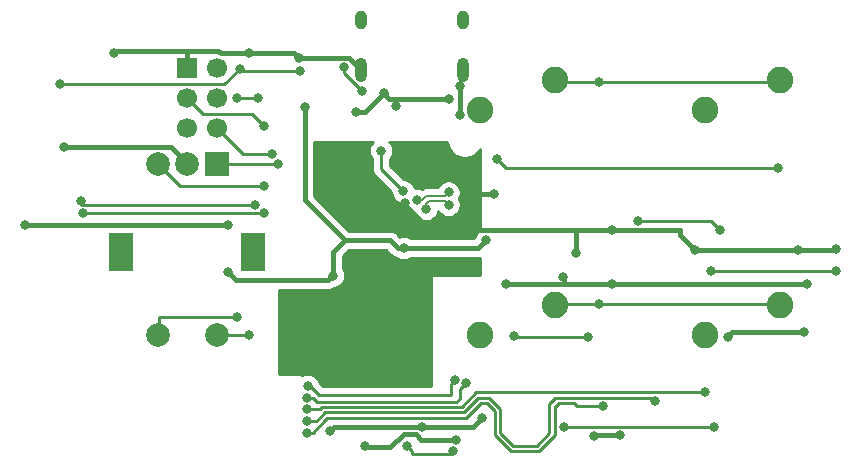
<source format=gtl>
G04 #@! TF.GenerationSoftware,KiCad,Pcbnew,(5.1.9-0-10_14)*
G04 #@! TF.CreationDate,2021-03-17T22:28:09-07:00*
G04 #@! TF.ProjectId,Croaky4,43726f61-6b79-4342-9e6b-696361645f70,rev?*
G04 #@! TF.SameCoordinates,Original*
G04 #@! TF.FileFunction,Copper,L1,Top*
G04 #@! TF.FilePolarity,Positive*
%FSLAX46Y46*%
G04 Gerber Fmt 4.6, Leading zero omitted, Abs format (unit mm)*
G04 Created by KiCad (PCBNEW (5.1.9-0-10_14)) date 2021-03-17 22:28:09*
%MOMM*%
%LPD*%
G01*
G04 APERTURE LIST*
G04 #@! TA.AperFunction,ComponentPad*
%ADD10C,2.250000*%
G04 #@! TD*
G04 #@! TA.AperFunction,ComponentPad*
%ADD11O,1.000000X2.100000*%
G04 #@! TD*
G04 #@! TA.AperFunction,ComponentPad*
%ADD12O,1.000000X1.600000*%
G04 #@! TD*
G04 #@! TA.AperFunction,ComponentPad*
%ADD13R,2.000000X2.000000*%
G04 #@! TD*
G04 #@! TA.AperFunction,ComponentPad*
%ADD14C,2.000000*%
G04 #@! TD*
G04 #@! TA.AperFunction,WasherPad*
%ADD15R,2.000000X3.200000*%
G04 #@! TD*
G04 #@! TA.AperFunction,ComponentPad*
%ADD16R,1.700000X1.700000*%
G04 #@! TD*
G04 #@! TA.AperFunction,ComponentPad*
%ADD17C,1.700000*%
G04 #@! TD*
G04 #@! TA.AperFunction,ViaPad*
%ADD18C,0.800000*%
G04 #@! TD*
G04 #@! TA.AperFunction,Conductor*
%ADD19C,0.381000*%
G04 #@! TD*
G04 #@! TA.AperFunction,Conductor*
%ADD20C,0.254000*%
G04 #@! TD*
G04 #@! TA.AperFunction,Conductor*
%ADD21C,0.200000*%
G04 #@! TD*
G04 #@! TA.AperFunction,Conductor*
%ADD22C,0.100000*%
G04 #@! TD*
G04 APERTURE END LIST*
D10*
G04 #@! TO.P,MX2,2*
G04 #@! TO.N,ROW0*
X-26828750Y15398750D03*
G04 #@! TO.P,MX2,1*
G04 #@! TO.N,COL1*
X-33178750Y12858750D03*
G04 #@! TD*
G04 #@! TO.P,MX4,2*
G04 #@! TO.N,ROW0*
X-7778750Y15398750D03*
G04 #@! TO.P,MX4,1*
G04 #@! TO.N,COL3*
X-14128750Y12858750D03*
G04 #@! TD*
G04 #@! TO.P,MX3,2*
G04 #@! TO.N,ROW0*
X-7778750Y34448750D03*
G04 #@! TO.P,MX3,1*
G04 #@! TO.N,COL2*
X-14128750Y31908750D03*
G04 #@! TD*
G04 #@! TO.P,MX1,2*
G04 #@! TO.N,ROW0*
X-26828750Y34448750D03*
G04 #@! TO.P,MX1,1*
G04 #@! TO.N,COL0*
X-33178750Y31908750D03*
G04 #@! TD*
D11*
G04 #@! TO.P,USB1,13*
G04 #@! TO.N,GND*
X-43213750Y35288750D03*
X-34573750Y35288750D03*
D12*
X-43213750Y39468750D03*
X-34573750Y39468750D03*
G04 #@! TD*
D13*
G04 #@! TO.P,SW2,A*
G04 #@! TO.N,ENCA*
X-55443750Y27343750D03*
D14*
G04 #@! TO.P,SW2,C*
G04 #@! TO.N,GND*
X-57943750Y27343750D03*
G04 #@! TO.P,SW2,B*
G04 #@! TO.N,ENCB*
X-60443750Y27343750D03*
D15*
G04 #@! TO.P,SW2,*
G04 #@! TO.N,*
X-52343750Y19843750D03*
X-63543750Y19843750D03*
D14*
G04 #@! TO.P,SW2,S2*
G04 #@! TO.N,ROW0*
X-55443750Y12843750D03*
G04 #@! TO.P,SW2,S1*
G04 #@! TO.N,COL4*
X-60443750Y12843750D03*
G04 #@! TD*
D16*
G04 #@! TO.P,J1,6*
G04 #@! TO.N,GND*
X-57943750Y35464750D03*
D17*
G04 #@! TO.P,J1,5*
G04 #@! TO.N,RESET*
X-55403750Y35464750D03*
G04 #@! TO.P,J1,4*
G04 #@! TO.N,ENCA*
X-57943750Y32924750D03*
G04 #@! TO.P,J1,3*
G04 #@! TO.N,ENCB*
X-55403750Y32924750D03*
G04 #@! TO.P,J1,2*
G04 #@! TO.N,+5V*
X-57943750Y30384750D03*
G04 #@! TO.P,J1,1*
G04 #@! TO.N,MISO*
X-55403750Y30384750D03*
G04 #@! TD*
D18*
G04 #@! TO.N,GND*
X-64166750Y36681250D03*
X-68357750Y28733750D03*
X-34067750Y18954750D03*
X-45878750Y4730750D03*
X-52705000Y36681250D03*
X-48514000Y36322000D03*
X-34829750Y33940750D03*
X-34843011Y31455026D03*
X-39497000Y24003000D03*
X-37465000Y21844000D03*
X-47498000Y10795000D03*
X-43815000Y23495000D03*
X-21971000Y21717000D03*
X-14986000Y20066000D03*
X-25019000Y19812000D03*
X-32004000Y24765000D03*
X-6251500Y20066000D03*
X-12192000Y12700000D03*
X-5715000Y13081000D03*
X-38100000Y5080000D03*
X-33020000Y5842000D03*
X-3006250Y20097750D03*
G04 #@! TO.N,+5V*
X-32607250Y20923250D03*
X-54514750Y22129750D03*
X-71659750Y22129750D03*
X-39624000Y20193000D03*
X-45593000Y17876748D03*
X-54483000Y18161000D03*
X-48006000Y32131000D03*
X-21971000Y17145000D03*
X-30988000Y17145000D03*
X-26162000Y17780000D03*
X-5461000Y17145000D03*
X-21336000Y4353000D03*
X-23495000Y4318000D03*
X-42894250Y3475916D03*
X-35179009Y3973458D03*
G04 #@! TO.N,RGBLED*
X-51466750Y23145750D03*
X-66770250Y23145750D03*
G04 #@! TO.N,Net-(D2-Pad2)*
X-3048000Y18288000D03*
X-13589000Y18288000D03*
X-35433000Y3006250D03*
X-39370000Y3460260D03*
G04 #@! TO.N,VCC*
X-35782250Y32861250D03*
X-41306251Y33336748D03*
X-40255683Y32254683D03*
X-43675468Y31762532D03*
G04 #@! TO.N,COL0*
X-47746036Y8540038D03*
X-35306000Y9017000D03*
G04 #@! TO.N,COL1*
X-47783750Y7540747D03*
X-34335168Y8777232D03*
G04 #@! TO.N,COL2*
X-47783750Y5540741D03*
X-18319750Y7270849D03*
G04 #@! TO.N,COL3*
X-14128750Y8032750D03*
X-47783750Y6540744D03*
G04 #@! TO.N,Net-(R2-Pad1)*
X-43180000Y33528000D03*
X-44653468Y35531500D03*
G04 #@! TO.N,D-*
X-35814000Y23859000D03*
X-37721215Y23519303D03*
G04 #@! TO.N,D+*
X-35814000Y24909000D03*
X-38463679Y24261767D03*
G04 #@! TO.N,Net-(R6-Pad2)*
X-52173858Y23872750D03*
X-66960750Y24225250D03*
G04 #@! TO.N,ENCA*
X-51460490Y30569011D03*
X-50260250Y27336750D03*
G04 #@! TO.N,ENCB*
X-51466750Y25495250D03*
X-53752750Y32924750D03*
X-51914500Y32893000D03*
G04 #@! TO.N,COL4*
X-53721000Y14351000D03*
G04 #@! TO.N,Net-(C6-Pad1)*
X-39652644Y24992509D03*
X-41529000Y28448000D03*
G04 #@! TO.N,ROW0*
X-47783750Y4540738D03*
X-52736750Y12858750D03*
X-23114000Y15494000D03*
X-22733000Y6797750D03*
X-23114000Y34290000D03*
G04 #@! TO.N,RESET*
X-53498750Y35401250D03*
X-68738750Y34067750D03*
X-48387000Y35179000D03*
G04 #@! TO.N,MISO*
X-50796989Y28194000D03*
G04 #@! TO.N,Net-(D3-Pad2)*
X-19812000Y22507500D03*
X-12827000Y21717000D03*
G04 #@! TO.N,Net-(D4-Pad2)*
X-31750000Y27781250D03*
X-7937500Y26987500D03*
G04 #@! TO.N,Net-(D5-Pad2)*
X-24003000Y12700000D03*
X-30290746Y12743260D03*
G04 #@! TO.N,Net-(D6-Pad2)*
X-13335000Y5080000D03*
X-26035000Y5080000D03*
G04 #@! TD*
D19*
G04 #@! TO.N,GND*
X-64166750Y36681250D02*
X-63957260Y36890740D01*
X-57972740Y35493740D02*
X-57943750Y35464750D01*
X-57972740Y36890740D02*
X-57972740Y35493740D01*
X-63957260Y36890740D02*
X-57972740Y36890740D01*
X-55305740Y36890740D02*
X-57972740Y36890740D01*
X-55096250Y36681250D02*
X-55305740Y36890740D01*
X-52705000Y36681250D02*
X-55096250Y36681250D01*
X-43213750Y35288750D02*
X-43028249Y35103249D01*
X-44247000Y36322000D02*
X-43213750Y35288750D01*
X-48514000Y36322000D02*
X-44247000Y36322000D01*
X-59334251Y28734251D02*
X-57943750Y27343750D01*
X-68357249Y28734251D02*
X-59334251Y28734251D01*
X-68357750Y28733750D02*
X-68357249Y28734251D01*
X-48873250Y36681250D02*
X-48514000Y36322000D01*
X-52705000Y36681250D02*
X-48873250Y36681250D01*
X-34843011Y33927489D02*
X-34829750Y33940750D01*
X-34893250Y33877250D02*
X-34829750Y33940750D01*
X-34843011Y31455026D02*
X-34843011Y33927489D01*
X-39497000Y23876000D02*
X-37465000Y21844000D01*
X-39497000Y24003000D02*
X-39497000Y23876000D01*
X-39338250Y18954750D02*
X-47498000Y10795000D01*
X-34067750Y18954750D02*
X-39338250Y18954750D01*
X-21971000Y21717000D02*
X-16256000Y21717000D01*
X-16256000Y21336000D02*
X-14986000Y20066000D01*
X-16256000Y21717000D02*
X-16256000Y21336000D01*
X-25146000Y21717000D02*
X-33274000Y21717000D01*
X-21971000Y21717000D02*
X-25146000Y21717000D01*
X-25019000Y19812000D02*
X-25019000Y21590000D01*
X-25019000Y21590000D02*
X-25146000Y21717000D01*
X-32004000Y24765000D02*
X-33147000Y24765000D01*
X-6251500Y20066000D02*
X-14986000Y20066000D01*
X-11811000Y13081000D02*
X-5715000Y13081000D01*
X-12192000Y12700000D02*
X-11811000Y13081000D01*
X-45529500Y5080000D02*
X-45878750Y4730750D01*
X-38100000Y5080000D02*
X-45529500Y5080000D01*
X-33782000Y5080000D02*
X-33020000Y5842000D01*
X-38100000Y5080000D02*
X-33782000Y5080000D01*
X-3038000Y20066000D02*
X-3006250Y20097750D01*
X-6251500Y20066000D02*
X-3038000Y20066000D01*
G04 #@! TO.N,+5V*
X-54514750Y22129750D02*
X-71659750Y22129750D01*
X-53798749Y17476749D02*
X-54483000Y18161000D01*
X-45992999Y17476749D02*
X-53798749Y17476749D01*
X-45593000Y17876748D02*
X-45992999Y17476749D01*
X-40132000Y20193000D02*
X-39624000Y20193000D01*
X-40798750Y20859750D02*
X-40132000Y20193000D01*
X-44608750Y20859750D02*
X-40798750Y20859750D01*
X-45593000Y19875500D02*
X-44608750Y20859750D01*
X-45593000Y17876748D02*
X-45593000Y19875500D01*
X-33337500Y20193000D02*
X-32607250Y20923250D01*
X-39624000Y20193000D02*
X-33337500Y20193000D01*
X-48006000Y24257000D02*
X-44608750Y20859750D01*
X-48006000Y32131000D02*
X-48006000Y24257000D01*
X-26035000Y17145000D02*
X-30988000Y17145000D01*
X-21971000Y17145000D02*
X-26035000Y17145000D01*
X-26035000Y17653000D02*
X-26035000Y17145000D01*
X-26162000Y17780000D02*
X-26035000Y17653000D01*
X-21971000Y17145000D02*
X-5461000Y17145000D01*
X-23460000Y4353000D02*
X-23495000Y4318000D01*
X-21336000Y4353000D02*
X-23460000Y4353000D01*
X-35744694Y3973458D02*
X-35179009Y3973458D01*
X-38608000Y4445000D02*
X-38136458Y3973458D01*
X-42752084Y3333750D02*
X-40735250Y3333750D01*
X-40735250Y3333750D02*
X-39624000Y4445000D01*
X-38136458Y3973458D02*
X-35744694Y3973458D01*
X-39624000Y4445000D02*
X-38608000Y4445000D01*
X-42894250Y3475916D02*
X-42752084Y3333750D01*
D20*
G04 #@! TO.N,RGBLED*
X-51466750Y23145750D02*
X-66770250Y23145750D01*
G04 #@! TO.N,Net-(D2-Pad2)*
X-3048000Y18288000D02*
X-13589000Y18288000D01*
X-35705990Y2733260D02*
X-35433000Y3006250D01*
X-38928260Y2733260D02*
X-35705990Y2733260D01*
X-38928260Y3018520D02*
X-38928260Y2733260D01*
X-39370000Y3460260D02*
X-38928260Y3018520D01*
D19*
G04 #@! TO.N,VCC*
X-41306251Y33336748D02*
X-40830753Y32861250D01*
X-40100250Y32861250D02*
X-35782250Y32861250D01*
X-40290750Y32861250D02*
X-40100250Y32861250D01*
X-40255683Y32826183D02*
X-40290750Y32861250D01*
X-40830753Y32861250D02*
X-40290750Y32861250D01*
X-40255683Y32254683D02*
X-40255683Y32826183D01*
X-42880467Y31762532D02*
X-41306251Y33336748D01*
X-43675468Y31762532D02*
X-42880467Y31762532D01*
D20*
G04 #@! TO.N,COL0*
X-47746036Y8540038D02*
X-47566765Y8540038D01*
X-47566765Y8540038D02*
X-46773727Y7747000D01*
X-46773727Y7747000D02*
X-35627606Y7747000D01*
X-35627606Y8695394D02*
X-35306000Y9017000D01*
X-35627606Y7747000D02*
X-35627606Y8695394D01*
G04 #@! TO.N,COL1*
X-35148731Y7197740D02*
X-34882778Y7463694D01*
X-46967760Y7197740D02*
X-35148731Y7197740D01*
X-47310767Y7540747D02*
X-46967760Y7197740D01*
X-47783750Y7540747D02*
X-47310767Y7540747D01*
X-34882778Y8229622D02*
X-34335168Y8777232D01*
X-34882778Y7463694D02*
X-34882778Y8229622D01*
G04 #@! TO.N,COL2*
X-18573651Y7524750D02*
X-18319750Y7270849D01*
X-47783750Y5540741D02*
X-47030725Y5540741D01*
X-46386750Y6184716D02*
X-46386750Y6247683D01*
X-46386750Y6247683D02*
X-46344713Y6289720D01*
X-47030725Y5540741D02*
X-46386750Y6184716D01*
X-34523874Y6289720D02*
X-33288844Y7524750D01*
X-46344713Y6289720D02*
X-34523874Y6289720D01*
X-33242250Y7524750D02*
X-33223161Y7543839D01*
X-33288844Y7524750D02*
X-33242250Y7524750D01*
X-28371789Y3479249D02*
X-27291749Y4559289D01*
X-32436379Y7543839D02*
X-31445751Y6553211D01*
X-30365711Y3479249D02*
X-28371789Y3479249D01*
X-31445751Y6553211D02*
X-31445751Y4559289D01*
X-31445751Y4559289D02*
X-30365711Y3479249D01*
X-33223161Y7543839D02*
X-32436379Y7543839D01*
X-27291749Y4559289D02*
X-27291749Y6998251D01*
X-26765250Y7524750D02*
X-18573651Y7524750D01*
X-27291749Y6998251D02*
X-26765250Y7524750D01*
G04 #@! TO.N,COL3*
X-34711930Y6743730D02*
X-33457811Y7997849D01*
X-46532770Y6743730D02*
X-34711930Y6743730D01*
X-14163651Y7997849D02*
X-14128750Y8032750D01*
X-46735756Y6540744D02*
X-46532770Y6743730D01*
X-47783750Y6540744D02*
X-46735756Y6540744D01*
X-33457811Y7997849D02*
X-14163651Y7997849D01*
G04 #@! TO.N,Net-(R2-Pad1)*
X-44653468Y35001468D02*
X-44653468Y35531500D01*
X-43180000Y33528000D02*
X-44653468Y35001468D01*
D21*
G04 #@! TO.N,D-*
X-37721215Y23943568D02*
X-37721215Y23519303D01*
X-36114000Y24159000D02*
X-37505783Y24159000D01*
X-35814000Y23859000D02*
X-36114000Y24159000D01*
X-37505783Y24159000D02*
X-37721215Y23943568D01*
G04 #@! TO.N,D+*
X-38039414Y24261767D02*
X-38463679Y24261767D01*
X-37692181Y24609000D02*
X-38039414Y24261767D01*
X-36114000Y24609000D02*
X-37692181Y24609000D01*
X-35814000Y24909000D02*
X-36114000Y24609000D01*
D20*
G04 #@! TO.N,Net-(R6-Pad2)*
X-52173858Y23872750D02*
X-66925750Y23872750D01*
X-66925750Y24190250D02*
X-66960750Y24225250D01*
X-66925750Y23872750D02*
X-66925750Y24190250D01*
G04 #@! TO.N,ENCA*
X-56766749Y31747749D02*
X-57943750Y32924750D01*
X-56580751Y31561751D02*
X-56766749Y31747749D01*
X-52453230Y31561751D02*
X-56580751Y31561751D01*
X-51460490Y30569011D02*
X-52453230Y31561751D01*
X-55436750Y27336750D02*
X-55443750Y27343750D01*
X-50260250Y27336750D02*
X-55436750Y27336750D01*
G04 #@! TO.N,ENCB*
X-51593750Y25622250D02*
X-51466750Y25495250D01*
X-53721000Y32893000D02*
X-53752750Y32924750D01*
X-51914500Y32893000D02*
X-53721000Y32893000D01*
X-58595250Y25495250D02*
X-60443750Y27343750D01*
X-51466750Y25495250D02*
X-58595250Y25495250D01*
G04 #@! TO.N,COL4*
X-53721000Y14351000D02*
X-60325000Y14351000D01*
X-60325000Y12962500D02*
X-60443750Y12843750D01*
X-60325000Y14351000D02*
X-60325000Y12962500D01*
G04 #@! TO.N,Net-(C6-Pad1)*
X-41529000Y26868865D02*
X-41529000Y28448000D01*
X-39652644Y24992509D02*
X-41529000Y26868865D01*
G04 #@! TO.N,ROW0*
X-52751750Y12843750D02*
X-52736750Y12858750D01*
X-55428750Y12858750D02*
X-55443750Y12843750D01*
X-52736750Y12858750D02*
X-55428750Y12858750D01*
X-47325672Y4540738D02*
X-47783750Y4540738D01*
X-46259750Y5606660D02*
X-47325672Y4540738D01*
X-46093690Y5835710D02*
X-46259750Y5669650D01*
X-33100787Y7070740D02*
X-34335817Y5835710D01*
X-34335817Y5835710D02*
X-46093690Y5835710D01*
X-24958750Y6797750D02*
X-25231740Y7070740D01*
X-46259750Y5669650D02*
X-46259750Y5606660D01*
X-22733000Y6797750D02*
X-24958750Y6797750D01*
X-26733500Y15494000D02*
X-26828750Y15398750D01*
X-23114000Y15494000D02*
X-26733500Y15494000D01*
X-7874000Y15494000D02*
X-7778750Y15398750D01*
X-23114000Y15494000D02*
X-7874000Y15494000D01*
X-26670000Y34290000D02*
X-26828750Y34448750D01*
X-23114000Y34290000D02*
X-26670000Y34290000D01*
X-7937500Y34290000D02*
X-7778750Y34448750D01*
X-23114000Y34290000D02*
X-7937500Y34290000D01*
X-32605346Y7070740D02*
X-31899761Y6365155D01*
X-33100787Y7070740D02*
X-32605346Y7070740D01*
X-28183732Y3025239D02*
X-26837739Y4371232D01*
X-30553768Y3025239D02*
X-28183732Y3025239D01*
X-31899761Y4371232D02*
X-30553768Y3025239D01*
X-31899761Y6365155D02*
X-31899761Y4371232D01*
X-26837739Y4371232D02*
X-26837739Y6810195D01*
X-26457260Y7070740D02*
X-25231740Y7070740D01*
X-26717805Y6810195D02*
X-26457260Y7070740D01*
X-26837739Y6810195D02*
X-26717805Y6810195D01*
G04 #@! TO.N,RESET*
X-54798249Y34101751D02*
X-53498750Y35401250D01*
X-58508711Y34101751D02*
X-54798249Y34101751D01*
X-58542712Y34067750D02*
X-58508711Y34101751D01*
X-68738750Y34067750D02*
X-58542712Y34067750D01*
X-53276500Y35179000D02*
X-53498750Y35401250D01*
X-48387000Y35179000D02*
X-53276500Y35179000D01*
G04 #@! TO.N,MISO*
X-53213000Y28194000D02*
X-55403750Y30384750D01*
X-50796989Y28194000D02*
X-53213000Y28194000D01*
G04 #@! TO.N,Net-(D3-Pad2)*
X-13617500Y22507500D02*
X-12827000Y21717000D01*
X-19812000Y22507500D02*
X-13617500Y22507500D01*
G04 #@! TO.N,Net-(D4-Pad2)*
X-30956250Y26987500D02*
X-31750000Y27781250D01*
X-7937500Y26987500D02*
X-30956250Y26987500D01*
G04 #@! TO.N,Net-(D5-Pad2)*
X-30247486Y12700000D02*
X-30290746Y12743260D01*
X-24003000Y12700000D02*
X-30247486Y12700000D01*
G04 #@! TO.N,Net-(D6-Pad2)*
X-26035000Y5080000D02*
X-13335000Y5080000D01*
G04 #@! TD*
G04 #@! TO.N,GND*
X-37338000Y8509000D02*
X-46458096Y8509000D01*
X-46740823Y8791726D01*
X-46750810Y8841936D01*
X-46828831Y9030294D01*
X-46942099Y9199812D01*
X-47086262Y9343975D01*
X-47255780Y9457243D01*
X-47444138Y9535264D01*
X-47644097Y9575038D01*
X-47847975Y9575038D01*
X-48047934Y9535264D01*
X-48236292Y9457243D01*
X-48266727Y9436907D01*
X-48269667Y9446601D01*
X-48281403Y9468557D01*
X-48297197Y9487803D01*
X-48316443Y9503597D01*
X-48338399Y9515333D01*
X-48362224Y9522560D01*
X-48387000Y9525000D01*
X-50165000Y9525000D01*
X-50165000Y16651249D01*
X-46033549Y16651249D01*
X-45992999Y16647255D01*
X-45952449Y16651249D01*
X-45952446Y16651249D01*
X-45831173Y16663193D01*
X-45675565Y16710396D01*
X-45532157Y16787050D01*
X-45457332Y16848457D01*
X-45291102Y16881522D01*
X-45102744Y16959543D01*
X-44933226Y17072811D01*
X-44789063Y17216974D01*
X-44675795Y17386492D01*
X-44597774Y17574850D01*
X-44558000Y17774809D01*
X-44558000Y17907000D01*
X-37338000Y17907000D01*
X-37338000Y8509000D01*
G04 #@! TA.AperFunction,Conductor*
D22*
G36*
X-37338000Y8509000D02*
G01*
X-46458096Y8509000D01*
X-46740823Y8791726D01*
X-46750810Y8841936D01*
X-46828831Y9030294D01*
X-46942099Y9199812D01*
X-47086262Y9343975D01*
X-47255780Y9457243D01*
X-47444138Y9535264D01*
X-47644097Y9575038D01*
X-47847975Y9575038D01*
X-48047934Y9535264D01*
X-48236292Y9457243D01*
X-48266727Y9436907D01*
X-48269667Y9446601D01*
X-48281403Y9468557D01*
X-48297197Y9487803D01*
X-48316443Y9503597D01*
X-48338399Y9515333D01*
X-48362224Y9522560D01*
X-48387000Y9525000D01*
X-50165000Y9525000D01*
X-50165000Y16651249D01*
X-46033549Y16651249D01*
X-45992999Y16647255D01*
X-45952449Y16651249D01*
X-45952446Y16651249D01*
X-45831173Y16663193D01*
X-45675565Y16710396D01*
X-45532157Y16787050D01*
X-45457332Y16848457D01*
X-45291102Y16881522D01*
X-45102744Y16959543D01*
X-44933226Y17072811D01*
X-44789063Y17216974D01*
X-44675795Y17386492D01*
X-44597774Y17574850D01*
X-44558000Y17774809D01*
X-44558000Y17907000D01*
X-37338000Y17907000D01*
X-37338000Y8509000D01*
G37*
G04 #@! TD.AperFunction*
G04 #@! TD*
D20*
G04 #@! TO.N,GND*
X-40744390Y19637956D02*
X-40718541Y19606459D01*
X-40687045Y19580611D01*
X-40687042Y19580608D01*
X-40592843Y19503301D01*
X-40449434Y19426647D01*
X-40293826Y19379444D01*
X-40265152Y19376620D01*
X-40114256Y19275795D01*
X-39925898Y19197774D01*
X-39725939Y19158000D01*
X-39522061Y19158000D01*
X-39322102Y19197774D01*
X-39133744Y19275795D01*
X-38996497Y19367500D01*
X-33378050Y19367500D01*
X-33337500Y19363506D01*
X-33296950Y19367500D01*
X-33296947Y19367500D01*
X-33175674Y19379444D01*
X-33147000Y19388142D01*
X-33147000Y17907000D01*
X-44558000Y17907000D01*
X-44558000Y17978687D01*
X-44597774Y18178646D01*
X-44675795Y18367004D01*
X-44767500Y18504251D01*
X-44767500Y19533567D01*
X-44266817Y20034250D01*
X-41140683Y20034250D01*
X-40744390Y19637956D01*
G04 #@! TA.AperFunction,Conductor*
D22*
G36*
X-40744390Y19637956D02*
G01*
X-40718541Y19606459D01*
X-40687045Y19580611D01*
X-40687042Y19580608D01*
X-40592843Y19503301D01*
X-40449434Y19426647D01*
X-40293826Y19379444D01*
X-40265152Y19376620D01*
X-40114256Y19275795D01*
X-39925898Y19197774D01*
X-39725939Y19158000D01*
X-39522061Y19158000D01*
X-39322102Y19197774D01*
X-39133744Y19275795D01*
X-38996497Y19367500D01*
X-33378050Y19367500D01*
X-33337500Y19363506D01*
X-33296950Y19367500D01*
X-33296947Y19367500D01*
X-33175674Y19379444D01*
X-33147000Y19388142D01*
X-33147000Y17907000D01*
X-44558000Y17907000D01*
X-44558000Y17978687D01*
X-44597774Y18178646D01*
X-44675795Y18367004D01*
X-44767500Y18504251D01*
X-44767500Y19533567D01*
X-44266817Y20034250D01*
X-41140683Y20034250D01*
X-40744390Y19637956D01*
G37*
G04 #@! TD.AperFunction*
D20*
X-42332937Y29107774D02*
X-42446205Y28938256D01*
X-42524226Y28749898D01*
X-42564000Y28549939D01*
X-42564000Y28346061D01*
X-42524226Y28146102D01*
X-42446205Y27957744D01*
X-42332937Y27788226D01*
X-42290999Y27746288D01*
X-42291000Y26906289D01*
X-42294686Y26868865D01*
X-42291000Y26831442D01*
X-42291000Y26831440D01*
X-42279974Y26719488D01*
X-42236402Y26575851D01*
X-42213398Y26532813D01*
X-42165645Y26443473D01*
X-42140189Y26412455D01*
X-42070422Y26327443D01*
X-42041346Y26303581D01*
X-40687644Y24949878D01*
X-40687644Y24890570D01*
X-40647870Y24690611D01*
X-40569849Y24502253D01*
X-40456581Y24332735D01*
X-40312418Y24188572D01*
X-40142900Y24075304D01*
X-39954542Y23997283D01*
X-39754583Y23957509D01*
X-39550705Y23957509D01*
X-39461947Y23975164D01*
X-39458905Y23959869D01*
X-39380884Y23771511D01*
X-39267616Y23601993D01*
X-39123453Y23457830D01*
X-38953935Y23344562D01*
X-38765577Y23266541D01*
X-38724593Y23258389D01*
X-38716441Y23217405D01*
X-38638420Y23029047D01*
X-38525152Y22859529D01*
X-38380989Y22715366D01*
X-38211471Y22602098D01*
X-38023113Y22524077D01*
X-37823154Y22484303D01*
X-37619276Y22484303D01*
X-37419317Y22524077D01*
X-37230959Y22602098D01*
X-37061441Y22715366D01*
X-36917278Y22859529D01*
X-36804010Y23029047D01*
X-36725989Y23217405D01*
X-36703988Y23328011D01*
X-36617937Y23199226D01*
X-36473774Y23055063D01*
X-36304256Y22941795D01*
X-36115898Y22863774D01*
X-35915939Y22824000D01*
X-35712061Y22824000D01*
X-35512102Y22863774D01*
X-35323744Y22941795D01*
X-35154226Y23055063D01*
X-35010063Y23199226D01*
X-34896795Y23368744D01*
X-34818774Y23557102D01*
X-34779000Y23757061D01*
X-34779000Y23960939D01*
X-34818774Y24160898D01*
X-34896795Y24349256D01*
X-34920010Y24384000D01*
X-34896795Y24418744D01*
X-34818774Y24607102D01*
X-34779000Y24807061D01*
X-34779000Y25010939D01*
X-34818774Y25210898D01*
X-34896795Y25399256D01*
X-35010063Y25568774D01*
X-35154226Y25712937D01*
X-35323744Y25826205D01*
X-35512102Y25904226D01*
X-35712061Y25944000D01*
X-35915939Y25944000D01*
X-36115898Y25904226D01*
X-36304256Y25826205D01*
X-36473774Y25712937D01*
X-36617937Y25568774D01*
X-36731205Y25399256D01*
X-36754093Y25344000D01*
X-37656076Y25344000D01*
X-37692181Y25347556D01*
X-37836266Y25333365D01*
X-37974815Y25291337D01*
X-37985688Y25285525D01*
X-38092644Y25228355D01*
X-38161781Y25256993D01*
X-38361740Y25296767D01*
X-38565618Y25296767D01*
X-38654376Y25279112D01*
X-38657418Y25294407D01*
X-38735439Y25482765D01*
X-38848707Y25652283D01*
X-38992870Y25796446D01*
X-39162388Y25909714D01*
X-39350746Y25987735D01*
X-39550705Y26027509D01*
X-39610013Y26027509D01*
X-40767000Y27184495D01*
X-40767000Y27746289D01*
X-40725063Y27788226D01*
X-40611795Y27957744D01*
X-40533774Y28146102D01*
X-40494000Y28346061D01*
X-40494000Y28549939D01*
X-40533774Y28749898D01*
X-40611795Y28938256D01*
X-40725063Y29107774D01*
X-40827289Y29210000D01*
X-35956755Y29210000D01*
X-35900721Y28928299D01*
X-35786894Y28653497D01*
X-35621643Y28406181D01*
X-35411319Y28195857D01*
X-35164003Y28030606D01*
X-34889201Y27916779D01*
X-34597472Y27858750D01*
X-34300028Y27858750D01*
X-34008299Y27916779D01*
X-33733497Y28030606D01*
X-33486181Y28195857D01*
X-33275857Y28406181D01*
X-33147000Y28599029D01*
X-33147000Y21807384D01*
X-33267024Y21727187D01*
X-33411187Y21583024D01*
X-33524455Y21413506D01*
X-33602476Y21225148D01*
X-33634678Y21063254D01*
X-33679432Y21018500D01*
X-38996497Y21018500D01*
X-39133744Y21110205D01*
X-39322102Y21188226D01*
X-39522061Y21228000D01*
X-39725939Y21228000D01*
X-39925898Y21188226D01*
X-39949865Y21178298D01*
X-40186353Y21414785D01*
X-40212209Y21446291D01*
X-40337908Y21549449D01*
X-40481316Y21626103D01*
X-40636924Y21673306D01*
X-40758197Y21685250D01*
X-40758200Y21685250D01*
X-40798750Y21689244D01*
X-40839300Y21685250D01*
X-44266817Y21685250D01*
X-47180500Y24598932D01*
X-47180500Y29210000D01*
X-42230711Y29210000D01*
X-42332937Y29107774D01*
G04 #@! TA.AperFunction,Conductor*
D22*
G36*
X-42332937Y29107774D02*
G01*
X-42446205Y28938256D01*
X-42524226Y28749898D01*
X-42564000Y28549939D01*
X-42564000Y28346061D01*
X-42524226Y28146102D01*
X-42446205Y27957744D01*
X-42332937Y27788226D01*
X-42290999Y27746288D01*
X-42291000Y26906289D01*
X-42294686Y26868865D01*
X-42291000Y26831442D01*
X-42291000Y26831440D01*
X-42279974Y26719488D01*
X-42236402Y26575851D01*
X-42213398Y26532813D01*
X-42165645Y26443473D01*
X-42140189Y26412455D01*
X-42070422Y26327443D01*
X-42041346Y26303581D01*
X-40687644Y24949878D01*
X-40687644Y24890570D01*
X-40647870Y24690611D01*
X-40569849Y24502253D01*
X-40456581Y24332735D01*
X-40312418Y24188572D01*
X-40142900Y24075304D01*
X-39954542Y23997283D01*
X-39754583Y23957509D01*
X-39550705Y23957509D01*
X-39461947Y23975164D01*
X-39458905Y23959869D01*
X-39380884Y23771511D01*
X-39267616Y23601993D01*
X-39123453Y23457830D01*
X-38953935Y23344562D01*
X-38765577Y23266541D01*
X-38724593Y23258389D01*
X-38716441Y23217405D01*
X-38638420Y23029047D01*
X-38525152Y22859529D01*
X-38380989Y22715366D01*
X-38211471Y22602098D01*
X-38023113Y22524077D01*
X-37823154Y22484303D01*
X-37619276Y22484303D01*
X-37419317Y22524077D01*
X-37230959Y22602098D01*
X-37061441Y22715366D01*
X-36917278Y22859529D01*
X-36804010Y23029047D01*
X-36725989Y23217405D01*
X-36703988Y23328011D01*
X-36617937Y23199226D01*
X-36473774Y23055063D01*
X-36304256Y22941795D01*
X-36115898Y22863774D01*
X-35915939Y22824000D01*
X-35712061Y22824000D01*
X-35512102Y22863774D01*
X-35323744Y22941795D01*
X-35154226Y23055063D01*
X-35010063Y23199226D01*
X-34896795Y23368744D01*
X-34818774Y23557102D01*
X-34779000Y23757061D01*
X-34779000Y23960939D01*
X-34818774Y24160898D01*
X-34896795Y24349256D01*
X-34920010Y24384000D01*
X-34896795Y24418744D01*
X-34818774Y24607102D01*
X-34779000Y24807061D01*
X-34779000Y25010939D01*
X-34818774Y25210898D01*
X-34896795Y25399256D01*
X-35010063Y25568774D01*
X-35154226Y25712937D01*
X-35323744Y25826205D01*
X-35512102Y25904226D01*
X-35712061Y25944000D01*
X-35915939Y25944000D01*
X-36115898Y25904226D01*
X-36304256Y25826205D01*
X-36473774Y25712937D01*
X-36617937Y25568774D01*
X-36731205Y25399256D01*
X-36754093Y25344000D01*
X-37656076Y25344000D01*
X-37692181Y25347556D01*
X-37836266Y25333365D01*
X-37974815Y25291337D01*
X-37985688Y25285525D01*
X-38092644Y25228355D01*
X-38161781Y25256993D01*
X-38361740Y25296767D01*
X-38565618Y25296767D01*
X-38654376Y25279112D01*
X-38657418Y25294407D01*
X-38735439Y25482765D01*
X-38848707Y25652283D01*
X-38992870Y25796446D01*
X-39162388Y25909714D01*
X-39350746Y25987735D01*
X-39550705Y26027509D01*
X-39610013Y26027509D01*
X-40767000Y27184495D01*
X-40767000Y27746289D01*
X-40725063Y27788226D01*
X-40611795Y27957744D01*
X-40533774Y28146102D01*
X-40494000Y28346061D01*
X-40494000Y28549939D01*
X-40533774Y28749898D01*
X-40611795Y28938256D01*
X-40725063Y29107774D01*
X-40827289Y29210000D01*
X-35956755Y29210000D01*
X-35900721Y28928299D01*
X-35786894Y28653497D01*
X-35621643Y28406181D01*
X-35411319Y28195857D01*
X-35164003Y28030606D01*
X-34889201Y27916779D01*
X-34597472Y27858750D01*
X-34300028Y27858750D01*
X-34008299Y27916779D01*
X-33733497Y28030606D01*
X-33486181Y28195857D01*
X-33275857Y28406181D01*
X-33147000Y28599029D01*
X-33147000Y21807384D01*
X-33267024Y21727187D01*
X-33411187Y21583024D01*
X-33524455Y21413506D01*
X-33602476Y21225148D01*
X-33634678Y21063254D01*
X-33679432Y21018500D01*
X-38996497Y21018500D01*
X-39133744Y21110205D01*
X-39322102Y21188226D01*
X-39522061Y21228000D01*
X-39725939Y21228000D01*
X-39925898Y21188226D01*
X-39949865Y21178298D01*
X-40186353Y21414785D01*
X-40212209Y21446291D01*
X-40337908Y21549449D01*
X-40481316Y21626103D01*
X-40636924Y21673306D01*
X-40758197Y21685250D01*
X-40758200Y21685250D01*
X-40798750Y21689244D01*
X-40839300Y21685250D01*
X-44266817Y21685250D01*
X-47180500Y24598932D01*
X-47180500Y29210000D01*
X-42230711Y29210000D01*
X-42332937Y29107774D01*
G37*
G04 #@! TD.AperFunction*
G04 #@! TD*
M02*

</source>
